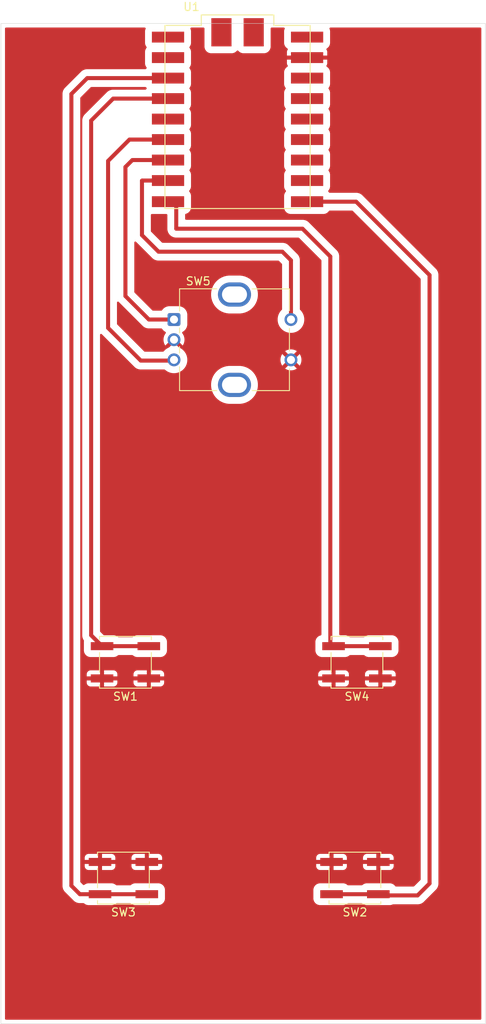
<source format=kicad_pcb>
(kicad_pcb (version 20241229) (generator "pcbnew") (generator_version "9.0")
  (layers (0 "F.Cu" signal) (2 "B.Cu" signal) (13 "F.Paste" user) (15 "B.Paste" user) (5 "F.SilkS" user "F.Silkscreen") (7 "B.SilkS" user "B.Silkscreen") (1 "F.Mask" user) (3 "B.Mask" user) (25 "Edge.Cuts" user))
  (net 0 "")
  (net 1 "GND")
  (net 2 "Record")
  (net 3 "Lichtauswahl")
  (net 4 "Play")
  (net 5 "Not_Aus")
  (net 6 "ENC_2")
  (net 7 "ENC_1")
  (net 8 "Geräuschauswahl")
  (net 10 "3.3V")
  (footprint "Button_Switch_SMD:SW_Push_1P1T_NO_CK_KSC6xxJ" (layer "F.Cu") (at 89.9 110.2)
    (property "Reference" "SW4" (at 0 4.24 0) (layer "F.SilkS"))
    (property "Value" "Play")
    (fp_line (start -3.21 -3.21) (end -3.21 -2.8) (stroke (width 0.12)) (layer "F.SilkS"))
    (fp_line (start -3.21 -1.2) (end -3.21 1.2) (stroke (width 0.12)) (layer "F.SilkS"))
    (fp_line (start -3.21 2.8) (end -3.21 3.21) (stroke (width 0.12)) (layer "F.SilkS"))
    (fp_line (start -3.21 3.21) (end 3.21 3.21) (stroke (width 0.12)) (layer "F.SilkS"))
    (fp_line (start 3.21 -3.21) (end -3.21 -3.21) (stroke (width 0.12)) (layer "F.SilkS"))
    (fp_line (start 3.21 -2.8) (end 3.21 -3.21) (stroke (width 0.12)) (layer "F.SilkS"))
    (fp_line (start 3.21 1.2) (end 3.21 -1.2) (stroke (width 0.12)) (layer "F.SilkS"))
    (fp_line (start 3.21 3.21) (end 3.21 2.93) (stroke (width 0.12)) (layer "F.SilkS"))
    (pad "1" smd rect (at -2.9 -2) (size 2.8 1) (layers "F.Cu" "F.Mask" "F.Paste") (net 4 "Play"))
    (pad "1" smd rect (at 2.9 -2) (size 2.8 1) (layers "F.Cu" "F.Mask" "F.Paste") (net 4 "Play"))
    (pad "2" smd rect (at -2.9 2) (size 2.8 1) (layers "F.Cu" "F.Mask" "F.Paste") (net 1 "GND"))
    (pad "2" smd rect (at 2.9 2) (size 2.8 1) (layers "F.Cu" "F.Mask" "F.Paste") (net 1 "GND"))
  )
  (footprint "ESP32-S3_SUPERMINI_SMD:MODULE_ESP32-S3_SUPERMINI_SMD" (layer "F.Cu") (at 75.1 42.6)
    (property "Reference" "U1" (at -5.715 -13.6525 0) (layer "F.SilkS"))
    (property "Value" "ESP32-S3_SUPERMINI_SMD")
    (fp_line (start -9 11.35) (end -9 -11.35) (stroke (width 0.127)) (layer "F.SilkS"))
    (fp_line (start -4.5 -12.65) (end -4.5 -11.35) (stroke (width 0.127)) (layer "F.SilkS"))
    (fp_line (start -4.5 -11.35) (end -9 -11.35) (stroke (width 0.127)) (layer "F.SilkS"))
    (fp_line (start 4.5 -12.65) (end -4.5 -12.65) (stroke (width 0.127)) (layer "F.SilkS"))
    (fp_line (start 4.5 -12.65) (end 4.5 -11.35) (stroke (width 0.127)) (layer "F.SilkS"))
    (fp_line (start 9 -11.35) (end 4.5 -11.35) (stroke (width 0.127)) (layer "F.SilkS"))
    (fp_line (start 9 11.35) (end -9 11.35) (stroke (width 0.127)) (layer "F.SilkS"))
    (fp_line (start 9 11.35) (end 9 -11.35) (stroke (width 0.127)) (layer "F.SilkS"))
    (pad "3.3V" smd rect (at 7.62 -4.82) (size 4 1.348) (drill (offset 1 0)) (layers "F.Cu" "F.Mask" "F.Paste") (net 10 "3.3V"))
    (pad "5V" smd rect (at 7.62 -9.9) (size 4 1.348) (drill (offset 1 0)) (layers "F.Cu" "F.Mask" "F.Paste"))
    (pad "B+" smd rect (at 2 -10.5) (size 2.5 3.5) (layers "F.Cu" "F.Mask" "F.Paste"))
    (pad "B-" smd rect (at -2 -10.5) (size 2.5 3.5) (layers "F.Cu" "F.Mask" "F.Paste"))
    (pad "GND" smd rect (at 7.62 -7.36) (size 4 1.348) (drill (offset 1 0)) (layers "F.Cu" "F.Mask" "F.Paste") (net 1 "GND"))
    (pad "GP1" smd rect (at -7.62 -4.82) (size 4 1.348) (drill (offset -1 0)) (layers "F.Cu" "F.Mask" "F.Paste") (net 3 "Lichtauswahl"))
    (pad "GP2" smd rect (at -7.62 -2.28) (size 4 1.348) (drill (offset -1 0)) (layers "F.Cu" "F.Mask" "F.Paste") (net 2 "Record"))
    (pad "GP3" smd rect (at -7.62 0.26) (size 4 1.348) (drill (offset -1 0)) (layers "F.Cu" "F.Mask" "F.Paste"))
    (pad "GP4" smd rect (at -7.62 2.8) (size 4 1.348) (drill (offset -1 0)) (layers "F.Cu" "F.Mask" "F.Paste") (net 6 "ENC_2"))
    (pad "GP5" smd rect (at -7.62 5.34) (size 4 1.348) (drill (offset -1 0)) (layers "F.Cu" "F.Mask" "F.Paste") (net 7 "ENC_1"))
    (pad "GP6" smd rect (at -7.62 7.88) (size 4 1.348) (drill (offset -1 0)) (layers "F.Cu" "F.Mask" "F.Paste") (net 5 "Not_Aus"))
    (pad "GP7" smd rect (at -7.62 10.5) (size 4 1.348) (drill (offset -1 0)) (layers "F.Cu" "F.Mask" "F.Paste") (net 4 "Play"))
    (pad "GP8" smd rect (at 7.62 10.5) (size 4 1.348) (drill (offset 1 0)) (layers "F.Cu" "F.Mask" "F.Paste") (net 8 "Geräuschauswahl"))
    (pad "GP9" smd rect (at 7.62 7.88) (size 4 1.348) (drill (offset 1 0)) (layers "F.Cu" "F.Mask" "F.Paste"))
    (pad "GP10" smd rect (at 7.62 5.34) (size 4 1.348) (drill (offset 1 0)) (layers "F.Cu" "F.Mask" "F.Paste"))
    (pad "GP11" smd rect (at 7.62 2.8) (size 4 1.348) (drill (offset 1 0)) (layers "F.Cu" "F.Mask" "F.Paste"))
    (pad "GP12" smd rect (at 7.62 0.26) (size 4 1.348) (drill (offset 1 0)) (layers "F.Cu" "F.Mask" "F.Paste"))
    (pad "GP13" smd rect (at 7.62 -2.28) (size 4 1.348) (drill (offset 1 0)) (layers "F.Cu" "F.Mask" "F.Paste"))
    (pad "RX" smd rect (at -7.62 -7.36) (size 4 1.348) (drill (offset -1 0)) (layers "F.Cu" "F.Mask" "F.Paste"))
    (pad "TX" smd rect (at -7.62 -9.9) (size 4 1.348) (drill (offset -1 0)) (layers "F.Cu" "F.Mask" "F.Paste"))
  )
  (footprint "Rotary_Encoder:RotaryEncoder_Bourns_Vertical_PEC12R-3x17F-Sxxxx" (layer "F.Cu") (at 67.22 67.71)
    (property "Reference" "SW5" (at 3 -4.75 180) (layer "F.SilkS"))
    (property "Value" "RotaryEncoder_Switch")
    (fp_line (start 0.69 -3.81) (end 5.3 -3.81) (stroke (width 0.12)) (layer "F.SilkS"))
    (fp_line (start 0.69 -1.05) (end 0.69 -3.81) (stroke (width 0.12)) (layer "F.SilkS"))
    (fp_line (start 0.69 1.05) (end 0.69 1.65) (stroke (width 0.12)) (layer "F.SilkS"))
    (fp_line (start 0.69 3.35) (end 0.69 4.15) (stroke (width 0.12)) (layer "F.SilkS"))
    (fp_line (start 0.69 5.85) (end 0.69 8.81) (stroke (width 0.12)) (layer "F.SilkS"))
    (fp_line (start 5.3 8.81) (end 0.69 8.81) (stroke (width 0.12)) (layer "F.SilkS"))
    (fp_line (start 9.7 -3.8) (end 14.31 -3.8) (stroke (width 0.12)) (layer "F.SilkS"))
    (fp_line (start 14.31 -3.8) (end 14.31 -1.1) (stroke (width 0.12)) (layer "F.SilkS"))
    (fp_line (start 14.31 1.1) (end 14.31 3.9) (stroke (width 0.12)) (layer "F.SilkS"))
    (fp_line (start 14.31 6.1) (end 14.31 8.81) (stroke (width 0.12)) (layer "F.SilkS"))
    (fp_line (start 14.31 8.81) (end 9.7 8.81) (stroke (width 0.12)) (layer "F.SilkS"))
    (pad "A" thru_hole roundrect (at 0 0) (size 1.6 1.6) (drill 1) (layers "*.Cu" "*.Mask") (roundrect_rratio 0.15625) (net 7 "ENC_1"))
    (pad "B" thru_hole circle (at 0 5) (size 1.6 1.6) (drill 1) (layers "*.Cu" "*.Mask") (net 6 "ENC_2"))
    (pad "C" thru_hole circle (at 0 2.5) (size 1.6 1.6) (drill 1) (layers "*.Cu" "*.Mask") (net 1 "GND"))
    (pad "S1" thru_hole circle (at 14.5 0) (size 1.6 1.6) (drill 1) (layers "*.Cu" "*.Mask") (net 5 "Not_Aus"))
    (pad "S2" thru_hole circle (at 14.5 5) (size 1.6 1.6) (drill 1) (layers "*.Cu" "*.Mask") (net 1 "GND"))
    (pad "SH" thru_hole oval (at 7.5 -3.1) (size 4.1 3) (drill oval 3.1 2) (layers "*.Cu" "*.Mask"))
    (pad "SH" thru_hole oval (at 7.5 8.1) (size 4.1 3) (drill oval 3.1 2) (layers "*.Cu" "*.Mask"))
  )
  (footprint "Button_Switch_SMD:SW_Push_1P1T_NO_CK_KSC6xxJ" (layer "F.Cu") (at 60.95 136.95)
    (property "Reference" "SW3" (at 0 4.24 0) (layer "F.SilkS"))
    (property "Value" "LED Cycle")
    (fp_line (start -3.21 -3.21) (end -3.21 -2.8) (stroke (width 0.12)) (layer "F.SilkS"))
    (fp_line (start -3.21 -1.2) (end -3.21 1.2) (stroke (width 0.12)) (layer "F.SilkS"))
    (fp_line (start -3.21 2.8) (end -3.21 3.21) (stroke (width 0.12)) (layer "F.SilkS"))
    (fp_line (start -3.21 3.21) (end 3.21 3.21) (stroke (width 0.12)) (layer "F.SilkS"))
    (fp_line (start 3.21 -3.21) (end -3.21 -3.21) (stroke (width 0.12)) (layer "F.SilkS"))
    (fp_line (start 3.21 -2.8) (end 3.21 -3.21) (stroke (width 0.12)) (layer "F.SilkS"))
    (fp_line (start 3.21 1.2) (end 3.21 -1.2) (stroke (width 0.12)) (layer "F.SilkS"))
    (fp_line (start 3.21 3.21) (end 3.21 2.93) (stroke (width 0.12)) (layer "F.SilkS"))
    (pad "1" smd rect (at -2.9 -2) (size 2.8 1) (layers "F.Cu" "F.Mask" "F.Paste") (net 1 "GND"))
    (pad "1" smd rect (at 2.9 -2) (size 2.8 1) (layers "F.Cu" "F.Mask" "F.Paste") (net 1 "GND"))
    (pad "2" smd rect (at -2.9 2) (size 2.8 1) (layers "F.Cu" "F.Mask" "F.Paste") (net 3 "Lichtauswahl"))
    (pad "2" smd rect (at 2.9 2) (size 2.8 1) (layers "F.Cu" "F.Mask" "F.Paste") (net 3 "Lichtauswahl"))
  )
  (footprint "Button_Switch_SMD:SW_Push_1P1T_NO_CK_KSC6xxJ" (layer "F.Cu") (at 61.2 110.2)
    (property "Reference" "SW1" (at 0 4.24 0) (layer "F.SilkS"))
    (property "Value" "Record")
    (fp_line (start -3.21 -3.21) (end -3.21 -2.8) (stroke (width 0.12)) (layer "F.SilkS"))
    (fp_line (start -3.21 -1.2) (end -3.21 1.2) (stroke (width 0.12)) (layer "F.SilkS"))
    (fp_line (start -3.21 2.8) (end -3.21 3.21) (stroke (width 0.12)) (layer "F.SilkS"))
    (fp_line (start -3.21 3.21) (end 3.21 3.21) (stroke (width 0.12)) (layer "F.SilkS"))
    (fp_line (start 3.21 -3.21) (end -3.21 -3.21) (stroke (width 0.12)) (layer "F.SilkS"))
    (fp_line (start 3.21 -2.8) (end 3.21 -3.21) (stroke (width 0.12)) (layer "F.SilkS"))
    (fp_line (start 3.21 1.2) (end 3.21 -1.2) (stroke (width 0.12)) (layer "F.SilkS"))
    (fp_line (start 3.21 3.21) (end 3.21 2.93) (stroke (width 0.12)) (layer "F.SilkS"))
    (pad "1" smd rect (at -2.9 -2) (size 2.8 1) (layers "F.Cu" "F.Mask" "F.Paste") (net 2 "Record"))
    (pad "1" smd rect (at 2.9 -2) (size 2.8 1) (layers "F.Cu" "F.Mask" "F.Paste") (net 2 "Record"))
    (pad "2" smd rect (at -2.9 2) (size 2.8 1) (layers "F.Cu" "F.Mask" "F.Paste") (net 1 "GND"))
    (pad "2" smd rect (at 2.9 2) (size 2.8 1) (layers "F.Cu" "F.Mask" "F.Paste") (net 1 "GND"))
  )
  (footprint "Button_Switch_SMD:SW_Push_1P1T_NO_CK_KSC6xxJ" (layer "F.Cu") (at 89.65 136.95)
    (property "Reference" "SW2" (at 0 4.24 0) (layer "F.SilkS"))
    (property "Value" "Sound Cycle")
    (fp_line (start -3.21 -3.21) (end -3.21 -2.8) (stroke (width 0.12)) (layer "F.SilkS"))
    (fp_line (start -3.21 -1.2) (end -3.21 1.2) (stroke (width 0.12)) (layer "F.SilkS"))
    (fp_line (start -3.21 2.8) (end -3.21 3.21) (stroke (width 0.12)) (layer "F.SilkS"))
    (fp_line (start -3.21 3.21) (end 3.21 3.21) (stroke (width 0.12)) (layer "F.SilkS"))
    (fp_line (start 3.21 -3.21) (end -3.21 -3.21) (stroke (width 0.12)) (layer "F.SilkS"))
    (fp_line (start 3.21 -2.8) (end 3.21 -3.21) (stroke (width 0.12)) (layer "F.SilkS"))
    (fp_line (start 3.21 1.2) (end 3.21 -1.2) (stroke (width 0.12)) (layer "F.SilkS"))
    (fp_line (start 3.21 3.21) (end 3.21 2.93) (stroke (width 0.12)) (layer "F.SilkS"))
    (pad "1" smd rect (at -2.9 -2) (size 2.8 1) (layers "F.Cu" "F.Mask" "F.Paste") (net 1 "GND"))
    (pad "1" smd rect (at 2.9 -2) (size 2.8 1) (layers "F.Cu" "F.Mask" "F.Paste") (net 1 "GND"))
    (pad "2" smd rect (at -2.9 2) (size 2.8 1) (layers "F.Cu" "F.Mask" "F.Paste") (net 8 "Geräuschauswahl"))
    (pad "2" smd rect (at 2.9 2) (size 2.8 1) (layers "F.Cu" "F.Mask" "F.Paste") (net 8 "Geräuschauswahl"))
  )
  (gr_rect (start 45.77 31.01) (end 105.82 155.01) (stroke (width 0.05)) (fill no) (layer "Edge.Cuts"))
  (segment (start 58.3 108.2) (end 58.29 108.2) (width 0.5) (layer "F.Cu") (net 2))
  (segment (start 58.3 108.2) (end 64.1 108.2) (width 0.5) (layer "F.Cu") (net 2))
  (segment (start 67.48 40.32) (end 59.68 40.32) (width 0.5) (layer "F.Cu") (net 2))
  (segment (start 56.95 106.85) (end 58.3 108.2) (width 0.5) (layer "F.Cu") (net 2))
  (segment (start 59.68 40.32) (end 56.95 43.05) (width 0.5) (layer "F.Cu") (net 2))
  (segment (start 56.95 43.05) (end 56.95 106.85) (width 0.5) (layer "F.Cu") (net 2))
  (segment (start 57.84 138.74) (end 58.05 138.95) (width 0.5) (layer "F.Cu") (net 3))
  (segment (start 56.47 37.78) (end 54.5 39.75) (width 0.5) (layer "F.Cu") (net 3))
  (segment (start 67.48 37.78) (end 56.47 37.78) (width 0.5) (layer "F.Cu") (net 3))
  (segment (start 58.05 138.95) (end 55.55 138.95) (width 0.5) (layer "F.Cu") (net 3))
  (segment (start 58.05 138.95) (end 63.85 138.95) (width 0.5) (layer "F.Cu") (net 3))
  (segment (start 54.5 39.75) (end 54.5 137.9) (width 0.5) (layer "F.Cu") (net 3))
  (segment (start 55.55 138.95) (end 54.5 137.9) (width 0.5) (layer "F.Cu") (net 3))
  (segment (start 86.6 107.8) (end 87 108.2) (width 0.5) (layer "F.Cu") (net 4))
  (segment (start 86.6 59.9) (end 86.6 107.8) (width 0.5) (layer "F.Cu") (net 4))
  (segment (start 83.15 56.45) (end 86.6 59.9) (width 0.5) (layer "F.Cu") (net 4))
  (segment (start 87 108.2) (end 92.8 108.2) (width 0.5) (layer "F.Cu") (net 4))
  (segment (start 67.48 53.1) (end 67.5 53.12) (width 0.5) (layer "F.Cu") (net 4))
  (segment (start 67.5 53.12) (end 67.5 56.45) (width 0.5) (layer "F.Cu") (net 4))
  (segment (start 67.5 56.45) (end 83.15 56.45) (width 0.5) (layer "F.Cu") (net 4))
  (segment (start 63.25 50.5) (end 63.25 57.25) (width 0.5) (layer "F.Cu") (net 5))
  (segment (start 67.48 50.48) (end 63.27 50.48) (width 0.5) (layer "F.Cu") (net 5))
  (segment (start 63.27 50.48) (end 63.25 50.5) (width 0.5) (layer "F.Cu") (net 5))
  (segment (start 63.25 57.25) (end 65.3 59.3) (width 0.5) (layer "F.Cu") (net 5))
  (segment (start 65.3 59.3) (end 80.65 59.3) (width 0.5) (layer "F.Cu") (net 5))
  (segment (start 81.72 60.37) (end 81.72 67.71) (width 0.5) (layer "F.Cu") (net 5))
  (segment (start 80.65 59.3) (end 81.72 60.37) (width 0.5) (layer "F.Cu") (net 5))
  (segment (start 67.13 72.8) (end 67.22 72.71) (width 0.5) (layer "F.Cu") (net 6))
  (segment (start 63.1 72.8) (end 67.13 72.8) (width 0.5) (layer "F.Cu") (net 6))
  (segment (start 59.05 68.75) (end 63.1 72.8) (width 0.5) (layer "F.Cu") (net 6))
  (segment (start 61.7 45.4) (end 59.05 48.05) (width 0.5) (layer "F.Cu") (net 6))
  (segment (start 67.48 45.4) (end 61.7 45.4) (width 0.5) (layer "F.Cu") (net 6))
  (segment (start 59.05 48.05) (end 59.05 68.75) (width 0.5) (layer "F.Cu") (net 6))
  (segment (start 61.2 48.8) (end 61.2 64.8) (width 0.5) (layer "F.Cu") (net 7))
  (segment (start 64.11 67.71) (end 67.22 67.71) (width 0.5) (layer "F.Cu") (net 7))
  (segment (start 62.06 47.94) (end 61.2 48.8) (width 0.5) (layer "F.Cu") (net 7))
  (segment (start 67.48 47.94) (end 62.06 47.94) (width 0.5) (layer "F.Cu") (net 7))
  (segment (start 61.2 64.8) (end 64.11 67.71) (width 0.5) (layer "F.Cu") (net 7))
  (segment (start 66.96 67.45) (end 67.22 67.71) (width 0.5) (layer "F.Cu") (net 7))
  (segment (start 89.8 53.1) (end 98.9 62.2) (width 0.5) (layer "F.Cu") (net 8))
  (segment (start 98.9 62.2) (end 98.9 137.62) (width 0.5) (layer "F.Cu") (net 8))
  (segment (start 92.55 138.95) (end 86.75 138.95) (width 0.5) (layer "F.Cu") (net 8))
  (segment (start 98.9 137.62) (end 97.42 139.1) (width 0.5) (layer "F.Cu") (net 8))
  (segment (start 82.72 53.1) (end 89.8 53.1) (width 0.5) (layer "F.Cu") (net 8))
  (segment (start 97.42 139.1) (end 92.4 139.1) (width 0.5) (layer "F.Cu") (net 8))
  (zone (net 1) (net_name "GND") (layer "F.Cu") (connect_pads (clearance 0.5)) (min_thickness 0.25) (fill yes (thermal_gap 0.5) (thermal_bridge_width 0.5))
    (polygon (pts (xy 45.65 31.15) (xy 105.9 31.05) (xy 105.75 155.05) (xy 45.75 155)))
  )
)
</source>
